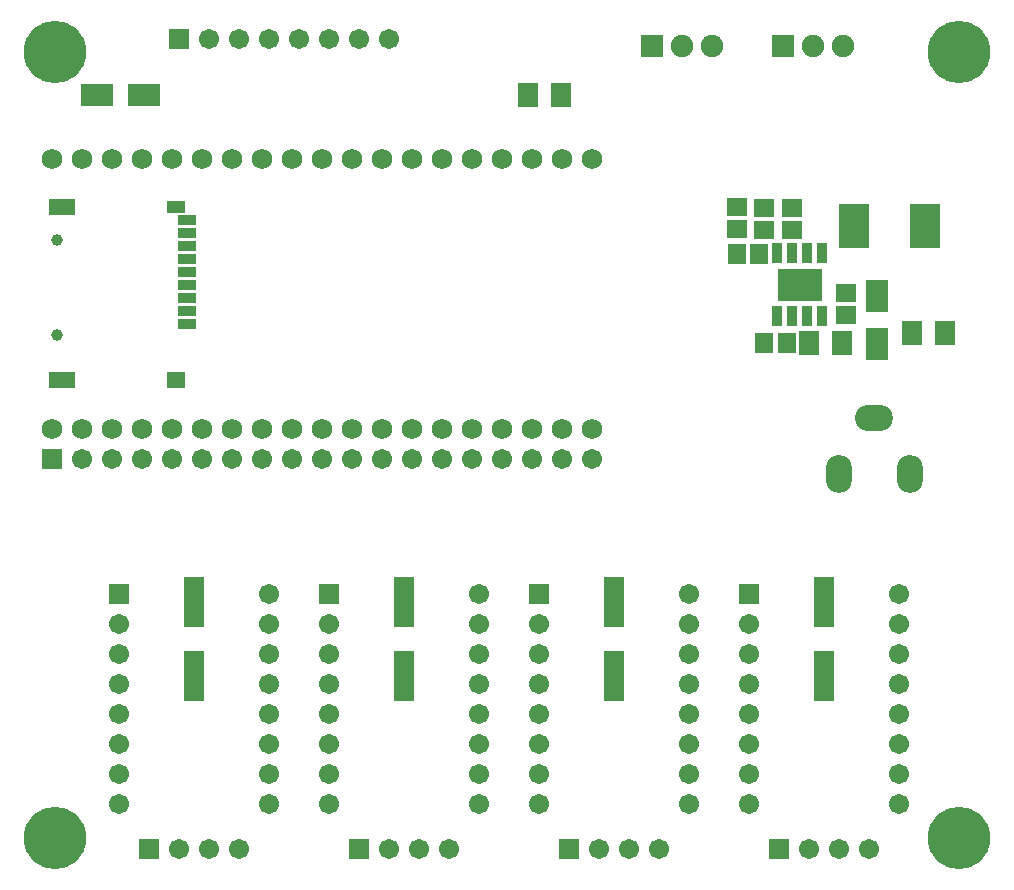
<source format=gbr>
G04 DipTrace 3.3.1.3*
G04 TopMask.gbr*
%MOIN*%
G04 #@! TF.FileFunction,Soldermask,Top*
G04 #@! TF.Part,Single*
%ADD51C,0.03937*%
%ADD60R,0.106457X0.074961*%
%ADD62C,0.068031*%
%ADD64R,0.14622X0.111181*%
%ADD66R,0.032047X0.071024*%
%ADD68C,0.067031*%
%ADD70R,0.067031X0.067031*%
%ADD72R,0.059213X0.067087*%
%ADD74C,0.208031*%
%ADD76R,0.100551X0.145827*%
%ADD78R,0.06315X0.039528*%
%ADD80R,0.06315X0.055276*%
%ADD82R,0.086772X0.055276*%
%ADD84R,0.059213X0.035591*%
%ADD86O,0.126142X0.086772*%
%ADD88O,0.086772X0.126142*%
%ADD90C,0.074961*%
%ADD92R,0.074961X0.074961*%
%ADD94C,0.067087*%
%ADD96R,0.067087X0.067087*%
%ADD98R,0.074961X0.106457*%
%ADD100R,0.071024X0.078898*%
%ADD102R,0.067087X0.059213*%
%ADD104R,0.071024X0.171417*%
%FSLAX26Y26*%
G04*
G70*
G90*
G75*
G01*
G04 TopMask*
%LPD*%
D104*
X993701Y1068701D3*
Y1316732D3*
X1693701Y1068701D3*
Y1316732D3*
X2393701Y1068701D3*
Y1316732D3*
D102*
X3167409Y2348255D3*
Y2273451D3*
D100*
X3154409Y2179255D3*
X3044173D3*
D102*
X2985409Y2556255D3*
Y2631058D3*
D100*
X3387430Y2212488D3*
X3497667D3*
D104*
X3093701Y1068701D3*
Y1316732D3*
D98*
X3271409Y2335255D3*
Y2177774D3*
D96*
X2943701Y493701D3*
D94*
X3043701D3*
X3143701D3*
X3243701D3*
D92*
X2518701Y3168701D3*
D90*
X2618701D3*
X2718701D3*
D96*
X943701Y3193701D3*
D94*
X1043701D3*
X1143701D3*
X1243701D3*
X1343701D3*
X1443701D3*
X1543701D3*
X1643701D3*
D96*
X843701Y493701D3*
D94*
X943701D3*
X1043701D3*
X1143701D3*
D96*
X518701Y1793701D3*
D94*
X618701D3*
X718701D3*
X818701D3*
X918701D3*
X1018701D3*
X1118701D3*
X1218701D3*
X1318701D3*
X1418701D3*
X1518701D3*
X1618701D3*
X1718701D3*
X1818701D3*
X1918701D3*
X2018701D3*
X2118701D3*
X2218701D3*
X2318701D3*
D92*
X2956201Y3168701D3*
D90*
X3056201D3*
X3156201D3*
D96*
X1543701Y493701D3*
D94*
X1643701D3*
X1743701D3*
X1843701D3*
D96*
X2243701D3*
D94*
X2343701D3*
X2443701D3*
X2543701D3*
D88*
X3143701Y1743701D3*
X3379921D3*
D86*
X3261811Y1928740D3*
D84*
X968701Y2243701D3*
Y2287008D3*
Y2330315D3*
Y2373622D3*
Y2416929D3*
Y2460236D3*
Y2503543D3*
Y2546850D3*
Y2590157D3*
D82*
X553346Y2055512D3*
D80*
X935236D3*
D78*
Y2633465D3*
D82*
X553346D3*
D51*
X537598Y2522835D3*
Y2207874D3*
D76*
X3193701Y2568701D3*
X3431890D3*
D74*
X531496Y531496D3*
X3543307D3*
Y3149606D3*
X531496D3*
D72*
X2894409Y2179255D3*
X2969213D3*
D102*
X2894409Y2556255D3*
Y2631058D3*
X2803409Y2634255D3*
Y2559451D3*
D72*
Y2478255D3*
X2878213D3*
D70*
X743701Y1343701D3*
D68*
Y1243701D3*
Y1143701D3*
Y1043701D3*
Y943701D3*
Y843701D3*
Y743701D3*
Y643701D3*
X1243701D3*
Y743701D3*
Y843701D3*
Y943701D3*
Y1043701D3*
Y1143701D3*
Y1243701D3*
Y1343701D3*
D70*
X1443701D3*
D68*
Y1243701D3*
Y1143701D3*
Y1043701D3*
Y943701D3*
Y843701D3*
Y743701D3*
Y643701D3*
X1943701D3*
Y743701D3*
Y843701D3*
Y943701D3*
Y1043701D3*
Y1143701D3*
Y1243701D3*
Y1343701D3*
D70*
X2143701D3*
D68*
Y1243701D3*
Y1143701D3*
Y1043701D3*
Y943701D3*
Y843701D3*
Y743701D3*
Y643701D3*
X2643701D3*
Y743701D3*
Y843701D3*
Y943701D3*
Y1043701D3*
Y1143701D3*
Y1243701D3*
Y1343701D3*
D66*
X3087462Y2481210D3*
X3037462D3*
X2987462D3*
X2937462D3*
Y2268612D3*
X2987462D3*
X3037462D3*
X3087462D3*
D64*
X3012462Y2374911D3*
D70*
X2843701Y1343701D3*
D68*
Y1243701D3*
Y1143701D3*
Y1043701D3*
Y943701D3*
Y843701D3*
Y743701D3*
Y643701D3*
X3343701D3*
Y743701D3*
Y843701D3*
Y943701D3*
Y1043701D3*
Y1143701D3*
Y1243701D3*
Y1343701D3*
D62*
X518701Y2793701D3*
X618701D3*
X718701D3*
X818701D3*
X918701D3*
X1018701D3*
X1118701D3*
X1218701D3*
X1318701D3*
X1418701D3*
X1518701D3*
X1618701D3*
X1718701D3*
X1818701D3*
X1918701D3*
X2018701D3*
X2118701D3*
X2218701D3*
X2318701D3*
X518701Y1893701D3*
X618701D3*
X718701D3*
X818701D3*
X918701D3*
X1018701D3*
X1118701D3*
X1218701D3*
X1318701D3*
X1418701D3*
X1518701D3*
X1618701D3*
X1718701D3*
X1818701D3*
X1918701D3*
X2018701D3*
X2118701D3*
X2218701D3*
X2318701D3*
D60*
X668701Y3006201D3*
X826181D3*
D100*
X2106201D3*
X2216437D3*
M02*

</source>
